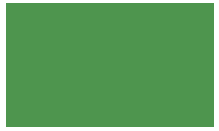
<source format=gbr>
%FSLAX23Y23*%
%MOIN*%
G04 EasyPC Gerber Version 14.0.2 Build 2922 *
%ADD134R,0.69600X0.41600*%
X0Y0D02*
D02*
D134*
X2342Y3042D03*
X0Y0D02*
M02*

</source>
